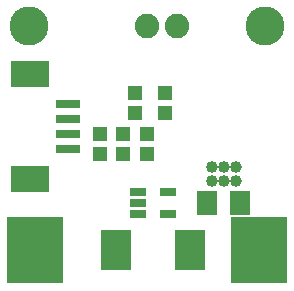
<source format=gts>
G75*
%MOIN*%
%OFA0B0*%
%FSLAX25Y25*%
%IPPOS*%
%LPD*%
%AMOC8*
5,1,8,0,0,1.08239X$1,22.5*
%
%ADD10C,0.13005*%
%ADD11R,0.05524X0.02965*%
%ADD12R,0.04737X0.05131*%
%ADD13R,0.07887X0.02769*%
%ADD14R,0.12611X0.09068*%
%ADD15R,0.18517X0.22454*%
%ADD16R,0.09855X0.13398*%
%ADD17R,0.07099X0.07887*%
%ADD18C,0.08200*%
%ADD19C,0.03975*%
D10*
X0011343Y0090083D03*
X0090083Y0090083D03*
D11*
X0057800Y0034768D03*
X0057800Y0027287D03*
X0047563Y0027287D03*
X0047563Y0031028D03*
X0047563Y0034768D03*
D12*
X0050713Y0047366D03*
X0050713Y0054059D03*
X0046776Y0061146D03*
X0046776Y0067839D03*
X0056618Y0067839D03*
X0056618Y0061146D03*
X0042839Y0054059D03*
X0042839Y0047366D03*
X0034965Y0047366D03*
X0034965Y0054059D03*
D13*
X0024335Y0054157D03*
X0024335Y0049236D03*
X0024335Y0059079D03*
X0024335Y0064000D03*
D14*
X0011736Y0074039D03*
X0011736Y0039197D03*
D15*
X0013311Y0015280D03*
X0088114Y0015280D03*
D16*
X0064886Y0015280D03*
X0040476Y0015280D03*
D17*
X0070791Y0031028D03*
X0081815Y0031028D03*
D18*
X0060555Y0090083D03*
X0050555Y0090083D03*
D19*
X0072366Y0043232D03*
X0076303Y0043232D03*
X0080240Y0043232D03*
X0080240Y0038508D03*
X0076303Y0038508D03*
X0072366Y0038508D03*
M02*

</source>
